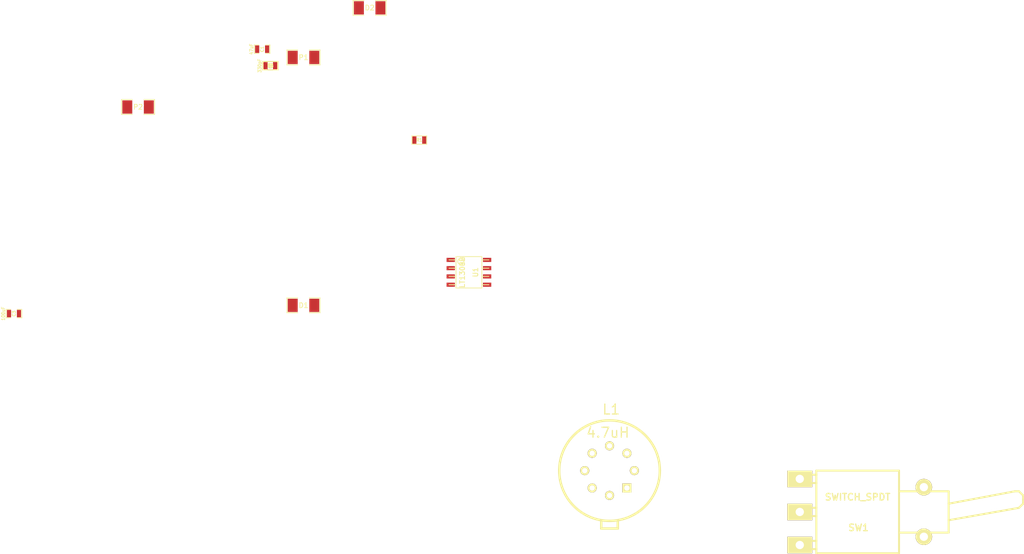
<source format=kicad_pcb>
(kicad_pcb (version 3) (host pcbnew "(2013-07-07 BZR 4022)-stable")

  (general
    (links 28)
    (no_connects 25)
    (area 0 0 0 0)
    (thickness 1.6)
    (drawings 0)
    (tracks 0)
    (zones 0)
    (modules 16)
    (nets 12)
  )

  (page A3)
  (layers
    (15 F.Cu signal)
    (0 B.Cu signal)
    (16 B.Adhes user)
    (17 F.Adhes user)
    (18 B.Paste user)
    (19 F.Paste user)
    (20 B.SilkS user)
    (21 F.SilkS user)
    (22 B.Mask user)
    (23 F.Mask user)
    (24 Dwgs.User user)
    (25 Cmts.User user)
    (26 Eco1.User user)
    (27 Eco2.User user)
    (28 Edge.Cuts user)
  )

  (setup
    (last_trace_width 0.254)
    (trace_clearance 0.254)
    (zone_clearance 0.508)
    (zone_45_only no)
    (trace_min 0.254)
    (segment_width 0.2)
    (edge_width 0.1)
    (via_size 0.889)
    (via_drill 0.635)
    (via_min_size 0.889)
    (via_min_drill 0.508)
    (uvia_size 0.508)
    (uvia_drill 0.127)
    (uvias_allowed no)
    (uvia_min_size 0.508)
    (uvia_min_drill 0.127)
    (pcb_text_width 0.3)
    (pcb_text_size 1.5 1.5)
    (mod_edge_width 0.15)
    (mod_text_size 1 1)
    (mod_text_width 0.15)
    (pad_size 1.5 1.5)
    (pad_drill 0.6)
    (pad_to_mask_clearance 0)
    (aux_axis_origin 0 0)
    (visible_elements FFFFFFBF)
    (pcbplotparams
      (layerselection 3178497)
      (usegerberextensions true)
      (excludeedgelayer true)
      (linewidth 0.150000)
      (plotframeref false)
      (viasonmask false)
      (mode 1)
      (useauxorigin false)
      (hpglpennumber 1)
      (hpglpenspeed 20)
      (hpglpendiameter 15)
      (hpglpenoverlay 2)
      (psnegative false)
      (psa4output false)
      (plotreference true)
      (plotvalue true)
      (plotothertext true)
      (plotinvisibletext false)
      (padsonsilk false)
      (subtractmaskfromsilk false)
      (outputformat 1)
      (mirror false)
      (drillshape 1)
      (scaleselection 1)
      (outputdirectory ""))
  )

  (net 0 "")
  (net 1 GND)
  (net 2 N-0000010)
  (net 3 N-0000011)
  (net 4 N-000002)
  (net 5 N-000003)
  (net 6 N-000004)
  (net 7 N-000005)
  (net 8 N-000007)
  (net 9 N-000008)
  (net 10 N-000009)
  (net 11 VCC)

  (net_class Default "This is the default net class."
    (clearance 0.254)
    (trace_width 0.254)
    (via_dia 0.889)
    (via_drill 0.635)
    (uvia_dia 0.508)
    (uvia_drill 0.127)
    (add_net "")
    (add_net GND)
    (add_net N-0000010)
    (add_net N-0000011)
    (add_net N-000002)
    (add_net N-000003)
    (add_net N-000004)
    (add_net N-000005)
    (add_net N-000007)
    (add_net N-000008)
    (add_net N-000009)
    (add_net VCC)
  )

  (module SW_SPDT (layer F.Cu) (tedit 4480057B) (tstamp 54002326)
    (at 214.63 140.97)
    (descr "Switch inverseur")
    (tags "SWITCH DEV")
    (path /53FD89C8)
    (fp_text reference SW1 (at 9.017 2.413 180) (layer F.SilkS)
      (effects (font (size 1.016 1.016) (thickness 0.2032)))
    )
    (fp_text value SWITCH_SPDT (at 8.89 -2.286 180) (layer F.SilkS)
      (effects (font (size 1.016 1.016) (thickness 0.2032)))
    )
    (fp_line (start -1.27 -5.715) (end -1.27 -5.08) (layer F.SilkS) (width 0.3048))
    (fp_line (start -1.27 -5.08) (end -1.27 -4.445) (layer F.SilkS) (width 0.3048))
    (fp_line (start -1.27 -4.445) (end 2.54 -4.445) (layer F.SilkS) (width 0.3048))
    (fp_line (start -1.27 -5.715) (end 2.54 -5.715) (layer F.SilkS) (width 0.3048))
    (fp_line (start 2.54 -0.635) (end -1.27 -0.635) (layer F.SilkS) (width 0.3048))
    (fp_line (start -1.27 -0.635) (end -1.27 0.635) (layer F.SilkS) (width 0.3048))
    (fp_line (start -1.27 0.635) (end 2.54 0.635) (layer F.SilkS) (width 0.3048))
    (fp_line (start 2.54 4.445) (end -1.27 4.445) (layer F.SilkS) (width 0.3048))
    (fp_line (start -1.27 4.445) (end -1.27 5.715) (layer F.SilkS) (width 0.3048))
    (fp_line (start -1.27 5.715) (end 2.54 5.715) (layer F.SilkS) (width 0.3048))
    (fp_line (start 2.54 -6.35) (end 2.54 6.35) (layer F.SilkS) (width 0.3048))
    (fp_line (start 2.54 6.35) (end 15.24 6.35) (layer F.SilkS) (width 0.3048))
    (fp_line (start 15.24 6.35) (end 15.24 -6.35) (layer F.SilkS) (width 0.3048))
    (fp_line (start 15.24 -6.35) (end 2.54 -6.35) (layer F.SilkS) (width 0.3048))
    (fp_line (start 15.24 -3.175) (end 22.86 -3.175) (layer F.SilkS) (width 0.3048))
    (fp_line (start 22.86 -3.175) (end 22.86 3.175) (layer F.SilkS) (width 0.3048))
    (fp_line (start 22.86 3.175) (end 15.24 3.175) (layer F.SilkS) (width 0.3048))
    (fp_line (start 22.86 -1.27) (end 33.02 -3.175) (layer F.SilkS) (width 0.3048))
    (fp_line (start 33.02 -3.175) (end 33.655 -3.175) (layer F.SilkS) (width 0.3048))
    (fp_line (start 33.655 -3.175) (end 34.29 -2.54) (layer F.SilkS) (width 0.3048))
    (fp_line (start 34.29 -2.54) (end 34.29 -1.905) (layer F.SilkS) (width 0.3048))
    (fp_line (start 34.29 -1.905) (end 34.29 -1.27) (layer F.SilkS) (width 0.3048))
    (fp_line (start 34.29 -1.27) (end 33.655 -0.635) (layer F.SilkS) (width 0.3048))
    (fp_line (start 33.655 -0.635) (end 22.86 1.27) (layer F.SilkS) (width 0.3048))
    (pad 2 thru_hole rect (at 0 0) (size 3.81 2.54) (drill 1.27)
      (layers *.Cu *.Mask F.SilkS)
      (net 4 N-000002)
    )
    (pad 1 thru_hole rect (at 0 -5.08) (size 3.81 2.54) (drill 1.27)
      (layers *.Cu *.Mask F.SilkS)
      (net 1 GND)
    )
    (pad 3 thru_hole rect (at 0 5.08) (size 3.81 2.54) (drill 1.27)
      (layers *.Cu *.Mask F.SilkS)
      (net 11 VCC)
    )
    (pad H1 thru_hole circle (at 19.05 -3.81) (size 2.54 2.54) (drill 1.27)
      (layers *.Cu *.Mask F.SilkS)
    )
    (pad H2 thru_hole circle (at 19.05 3.81) (size 2.54 2.54) (drill 1.27)
      (layers *.Cu *.Mask F.SilkS)
    )
  )

  (module so-8 (layer F.Cu) (tedit 48A6C16E) (tstamp 5400233F)
    (at 163.83 104.14 270)
    (descr SO-8)
    (path /5400115E)
    (attr smd)
    (fp_text reference U1 (at 0 -1.016 270) (layer F.SilkS)
      (effects (font (size 0.7493 0.7493) (thickness 0.14986)))
    )
    (fp_text value LT1308B (at 0 1.016 270) (layer F.SilkS)
      (effects (font (size 0.7493 0.7493) (thickness 0.14986)))
    )
    (fp_line (start -2.413 -1.9812) (end -2.413 1.9812) (layer F.SilkS) (width 0.127))
    (fp_line (start -2.413 1.9812) (end 2.413 1.9812) (layer F.SilkS) (width 0.127))
    (fp_line (start 2.413 1.9812) (end 2.413 -1.9812) (layer F.SilkS) (width 0.127))
    (fp_line (start 2.413 -1.9812) (end -2.413 -1.9812) (layer F.SilkS) (width 0.127))
    (fp_line (start -1.905 -1.9812) (end -1.905 -3.0734) (layer F.SilkS) (width 0.127))
    (fp_line (start -0.635 -1.9812) (end -0.635 -3.0734) (layer F.SilkS) (width 0.127))
    (fp_line (start 0.635 -1.9812) (end 0.635 -3.0734) (layer F.SilkS) (width 0.127))
    (fp_line (start 1.905 -3.0734) (end 1.905 -1.9812) (layer F.SilkS) (width 0.127))
    (fp_line (start 1.905 1.9812) (end 1.905 3.0734) (layer F.SilkS) (width 0.127))
    (fp_line (start 0.635 3.0734) (end 0.635 1.9812) (layer F.SilkS) (width 0.127))
    (fp_line (start -0.635 3.0734) (end -0.635 1.9812) (layer F.SilkS) (width 0.127))
    (fp_line (start -1.905 3.0734) (end -1.905 1.9812) (layer F.SilkS) (width 0.127))
    (fp_circle (center -1.6764 1.2446) (end -1.9558 1.6256) (layer F.SilkS) (width 0.127))
    (pad 1 smd rect (at -1.905 2.794 270) (size 0.635 1.27)
      (layers F.Cu F.Paste F.Mask)
      (net 5 N-000003)
    )
    (pad 2 smd rect (at -0.635 2.794 270) (size 0.635 1.27)
      (layers F.Cu F.Paste F.Mask)
      (net 3 N-0000011)
    )
    (pad 3 smd rect (at 0.635 2.794 270) (size 0.635 1.27)
      (layers F.Cu F.Paste F.Mask)
      (net 4 N-000002)
    )
    (pad 4 smd rect (at 1.905 2.794 270) (size 0.635 1.27)
      (layers F.Cu F.Paste F.Mask)
      (net 1 GND)
    )
    (pad 5 smd rect (at 1.905 -2.794 270) (size 0.635 1.27)
      (layers F.Cu F.Paste F.Mask)
      (net 2 N-0000010)
    )
    (pad 6 smd rect (at 0.635 -2.794 270) (size 0.635 1.27)
      (layers F.Cu F.Paste F.Mask)
      (net 11 VCC)
    )
    (pad 7 smd rect (at -0.635 -2.794 270) (size 0.635 1.27)
      (layers F.Cu F.Paste F.Mask)
      (net 8 N-000007)
    )
    (pad 8 smd rect (at -1.905 -2.794 270) (size 0.635 1.27)
      (layers F.Cu F.Paste F.Mask)
      (net 9 N-000008)
    )
    (model smd/smd_dil/so-8.wrl
      (at (xyz 0 0 0))
      (scale (xyz 1 1 1))
      (rotate (xyz 0 0 0))
    )
  )

  (module SM1206 (layer F.Cu) (tedit 42806E24) (tstamp 5400234B)
    (at 138.43 109.22)
    (path /53FD7C62)
    (attr smd)
    (fp_text reference D1 (at 0 0) (layer F.SilkS)
      (effects (font (size 0.762 0.762) (thickness 0.127)))
    )
    (fp_text value DIODESCH (at 0 0) (layer F.SilkS) hide
      (effects (font (size 0.762 0.762) (thickness 0.127)))
    )
    (fp_line (start -2.54 -1.143) (end -2.54 1.143) (layer F.SilkS) (width 0.127))
    (fp_line (start -2.54 1.143) (end -0.889 1.143) (layer F.SilkS) (width 0.127))
    (fp_line (start 0.889 -1.143) (end 2.54 -1.143) (layer F.SilkS) (width 0.127))
    (fp_line (start 2.54 -1.143) (end 2.54 1.143) (layer F.SilkS) (width 0.127))
    (fp_line (start 2.54 1.143) (end 0.889 1.143) (layer F.SilkS) (width 0.127))
    (fp_line (start -0.889 -1.143) (end -2.54 -1.143) (layer F.SilkS) (width 0.127))
    (pad 1 smd rect (at -1.651 0) (size 1.524 2.032)
      (layers F.Cu F.Paste F.Mask)
      (net 2 N-0000010)
    )
    (pad 2 smd rect (at 1.651 0) (size 1.524 2.032)
      (layers F.Cu F.Paste F.Mask)
      (net 7 N-000005)
    )
    (model smd/chip_cms.wrl
      (at (xyz 0 0 0))
      (scale (xyz 0.17 0.16 0.16))
      (rotate (xyz 0 0 0))
    )
  )

  (module SM1206 (layer F.Cu) (tedit 42806E24) (tstamp 54002357)
    (at 148.59 63.5)
    (path /53FD8D99)
    (attr smd)
    (fp_text reference D2 (at 0 0) (layer F.SilkS)
      (effects (font (size 0.762 0.762) (thickness 0.127)))
    )
    (fp_text value LED (at 0 0) (layer F.SilkS) hide
      (effects (font (size 0.762 0.762) (thickness 0.127)))
    )
    (fp_line (start -2.54 -1.143) (end -2.54 1.143) (layer F.SilkS) (width 0.127))
    (fp_line (start -2.54 1.143) (end -0.889 1.143) (layer F.SilkS) (width 0.127))
    (fp_line (start 0.889 -1.143) (end 2.54 -1.143) (layer F.SilkS) (width 0.127))
    (fp_line (start 2.54 -1.143) (end 2.54 1.143) (layer F.SilkS) (width 0.127))
    (fp_line (start 2.54 1.143) (end 0.889 1.143) (layer F.SilkS) (width 0.127))
    (fp_line (start -0.889 -1.143) (end -2.54 -1.143) (layer F.SilkS) (width 0.127))
    (pad 1 smd rect (at -1.651 0) (size 1.524 2.032)
      (layers F.Cu F.Paste F.Mask)
      (net 6 N-000004)
    )
    (pad 2 smd rect (at 1.651 0) (size 1.524 2.032)
      (layers F.Cu F.Paste F.Mask)
      (net 9 N-000008)
    )
    (model smd/chip_cms.wrl
      (at (xyz 0 0 0))
      (scale (xyz 0.17 0.16 0.16))
      (rotate (xyz 0 0 0))
    )
  )

  (module SM1206 (layer F.Cu) (tedit 42806E24) (tstamp 54002363)
    (at 138.43 71.12)
    (path /54000A69)
    (attr smd)
    (fp_text reference P1 (at 0 0) (layer F.SilkS)
      (effects (font (size 0.762 0.762) (thickness 0.127)))
    )
    (fp_text value CONN_2 (at 0 0) (layer F.SilkS) hide
      (effects (font (size 0.762 0.762) (thickness 0.127)))
    )
    (fp_line (start -2.54 -1.143) (end -2.54 1.143) (layer F.SilkS) (width 0.127))
    (fp_line (start -2.54 1.143) (end -0.889 1.143) (layer F.SilkS) (width 0.127))
    (fp_line (start 0.889 -1.143) (end 2.54 -1.143) (layer F.SilkS) (width 0.127))
    (fp_line (start 2.54 -1.143) (end 2.54 1.143) (layer F.SilkS) (width 0.127))
    (fp_line (start 2.54 1.143) (end 0.889 1.143) (layer F.SilkS) (width 0.127))
    (fp_line (start -0.889 -1.143) (end -2.54 -1.143) (layer F.SilkS) (width 0.127))
    (pad 1 smd rect (at -1.651 0) (size 1.524 2.032)
      (layers F.Cu F.Paste F.Mask)
      (net 11 VCC)
    )
    (pad 2 smd rect (at 1.651 0) (size 1.524 2.032)
      (layers F.Cu F.Paste F.Mask)
      (net 1 GND)
    )
    (model smd/chip_cms.wrl
      (at (xyz 0 0 0))
      (scale (xyz 0.17 0.16 0.16))
      (rotate (xyz 0 0 0))
    )
  )

  (module SM1206 (layer F.Cu) (tedit 42806E24) (tstamp 5400236F)
    (at 113.03 78.74)
    (path /54001C67)
    (attr smd)
    (fp_text reference P2 (at 0 0) (layer F.SilkS)
      (effects (font (size 0.762 0.762) (thickness 0.127)))
    )
    (fp_text value CONN_2 (at 0 0) (layer F.SilkS) hide
      (effects (font (size 0.762 0.762) (thickness 0.127)))
    )
    (fp_line (start -2.54 -1.143) (end -2.54 1.143) (layer F.SilkS) (width 0.127))
    (fp_line (start -2.54 1.143) (end -0.889 1.143) (layer F.SilkS) (width 0.127))
    (fp_line (start 0.889 -1.143) (end 2.54 -1.143) (layer F.SilkS) (width 0.127))
    (fp_line (start 2.54 -1.143) (end 2.54 1.143) (layer F.SilkS) (width 0.127))
    (fp_line (start 2.54 1.143) (end 0.889 1.143) (layer F.SilkS) (width 0.127))
    (fp_line (start -0.889 -1.143) (end -2.54 -1.143) (layer F.SilkS) (width 0.127))
    (pad 1 smd rect (at -1.651 0) (size 1.524 2.032)
      (layers F.Cu F.Paste F.Mask)
      (net 7 N-000005)
    )
    (pad 2 smd rect (at 1.651 0) (size 1.524 2.032)
      (layers F.Cu F.Paste F.Mask)
      (net 1 GND)
    )
    (model smd/chip_cms.wrl
      (at (xyz 0 0 0))
      (scale (xyz 0.17 0.16 0.16))
      (rotate (xyz 0 0 0))
    )
  )

  (module SM0603_Capa (layer F.Cu) (tedit 5051B1EC) (tstamp 5400237B)
    (at 132.08 69.85)
    (path /53FD7BA6)
    (attr smd)
    (fp_text reference C1 (at 0 0 90) (layer F.SilkS)
      (effects (font (size 0.508 0.4572) (thickness 0.1143)))
    )
    (fp_text value 47uF (at -1.651 0 90) (layer F.SilkS)
      (effects (font (size 0.508 0.4572) (thickness 0.1143)))
    )
    (fp_line (start 0.50038 0.65024) (end 1.19888 0.65024) (layer F.SilkS) (width 0.11938))
    (fp_line (start -0.50038 0.65024) (end -1.19888 0.65024) (layer F.SilkS) (width 0.11938))
    (fp_line (start 0.50038 -0.65024) (end 1.19888 -0.65024) (layer F.SilkS) (width 0.11938))
    (fp_line (start -1.19888 -0.65024) (end -0.50038 -0.65024) (layer F.SilkS) (width 0.11938))
    (fp_line (start 1.19888 -0.635) (end 1.19888 0.635) (layer F.SilkS) (width 0.11938))
    (fp_line (start -1.19888 0.635) (end -1.19888 -0.635) (layer F.SilkS) (width 0.11938))
    (pad 1 smd rect (at -0.762 0) (size 0.635 1.143)
      (layers F.Cu F.Paste F.Mask)
      (net 11 VCC)
    )
    (pad 2 smd rect (at 0.762 0) (size 0.635 1.143)
      (layers F.Cu F.Paste F.Mask)
      (net 1 GND)
    )
    (model smd\capacitors\C0603.wrl
      (at (xyz 0 0 0.001))
      (scale (xyz 0.5 0.5 0.5))
      (rotate (xyz 0 0 0))
    )
  )

  (module SM0603_Capa (layer F.Cu) (tedit 5051B1EC) (tstamp 54002387)
    (at 93.98 110.49)
    (path /53FD7BDD)
    (attr smd)
    (fp_text reference C3 (at 0 0 90) (layer F.SilkS)
      (effects (font (size 0.508 0.4572) (thickness 0.1143)))
    )
    (fp_text value 100uF (at -1.651 0 90) (layer F.SilkS)
      (effects (font (size 0.508 0.4572) (thickness 0.1143)))
    )
    (fp_line (start 0.50038 0.65024) (end 1.19888 0.65024) (layer F.SilkS) (width 0.11938))
    (fp_line (start -0.50038 0.65024) (end -1.19888 0.65024) (layer F.SilkS) (width 0.11938))
    (fp_line (start 0.50038 -0.65024) (end 1.19888 -0.65024) (layer F.SilkS) (width 0.11938))
    (fp_line (start -1.19888 -0.65024) (end -0.50038 -0.65024) (layer F.SilkS) (width 0.11938))
    (fp_line (start 1.19888 -0.635) (end 1.19888 0.635) (layer F.SilkS) (width 0.11938))
    (fp_line (start -1.19888 0.635) (end -1.19888 -0.635) (layer F.SilkS) (width 0.11938))
    (pad 1 smd rect (at -0.762 0) (size 0.635 1.143)
      (layers F.Cu F.Paste F.Mask)
      (net 7 N-000005)
    )
    (pad 2 smd rect (at 0.762 0) (size 0.635 1.143)
      (layers F.Cu F.Paste F.Mask)
      (net 1 GND)
    )
    (model smd\capacitors\C0603.wrl
      (at (xyz 0 0 0.001))
      (scale (xyz 0.5 0.5 0.5))
      (rotate (xyz 0 0 0))
    )
  )

  (module SM0603_Capa (layer F.Cu) (tedit 5051B1EC) (tstamp 54002393)
    (at 133.35 72.39)
    (path /53FD82E5)
    (attr smd)
    (fp_text reference C2 (at 0 0 90) (layer F.SilkS)
      (effects (font (size 0.508 0.4572) (thickness 0.1143)))
    )
    (fp_text value 330pF (at -1.651 0 90) (layer F.SilkS)
      (effects (font (size 0.508 0.4572) (thickness 0.1143)))
    )
    (fp_line (start 0.50038 0.65024) (end 1.19888 0.65024) (layer F.SilkS) (width 0.11938))
    (fp_line (start -0.50038 0.65024) (end -1.19888 0.65024) (layer F.SilkS) (width 0.11938))
    (fp_line (start 0.50038 -0.65024) (end 1.19888 -0.65024) (layer F.SilkS) (width 0.11938))
    (fp_line (start -1.19888 -0.65024) (end -0.50038 -0.65024) (layer F.SilkS) (width 0.11938))
    (fp_line (start 1.19888 -0.635) (end 1.19888 0.635) (layer F.SilkS) (width 0.11938))
    (fp_line (start -1.19888 0.635) (end -1.19888 -0.635) (layer F.SilkS) (width 0.11938))
    (pad 1 smd rect (at -0.762 0) (size 0.635 1.143)
      (layers F.Cu F.Paste F.Mask)
      (net 10 N-000009)
    )
    (pad 2 smd rect (at 0.762 0) (size 0.635 1.143)
      (layers F.Cu F.Paste F.Mask)
      (net 1 GND)
    )
    (model smd\capacitors\C0603.wrl
      (at (xyz 0 0 0.001))
      (scale (xyz 0.5 0.5 0.5))
      (rotate (xyz 0 0 0))
    )
  )

  (module SM0603 (layer F.Cu) (tedit 4E43A3D1) (tstamp 5400239D)
    (at 133.35 72.39)
    (path /53FD81A2)
    (attr smd)
    (fp_text reference R5 (at 0 0) (layer F.SilkS)
      (effects (font (size 0.508 0.4572) (thickness 0.1143)))
    )
    (fp_text value 887K (at 0 0) (layer F.SilkS) hide
      (effects (font (size 0.508 0.4572) (thickness 0.1143)))
    )
    (fp_line (start -1.143 -0.635) (end 1.143 -0.635) (layer F.SilkS) (width 0.127))
    (fp_line (start 1.143 -0.635) (end 1.143 0.635) (layer F.SilkS) (width 0.127))
    (fp_line (start 1.143 0.635) (end -1.143 0.635) (layer F.SilkS) (width 0.127))
    (fp_line (start -1.143 0.635) (end -1.143 -0.635) (layer F.SilkS) (width 0.127))
    (pad 1 smd rect (at -0.762 0) (size 0.635 1.143)
      (layers F.Cu F.Paste F.Mask)
      (net 7 N-000005)
    )
    (pad 2 smd rect (at 0.762 0) (size 0.635 1.143)
      (layers F.Cu F.Paste F.Mask)
      (net 3 N-0000011)
    )
    (model smd\resistors\R0603.wrl
      (at (xyz 0 0 0.001))
      (scale (xyz 0.5 0.5 0.5))
      (rotate (xyz 0 0 0))
    )
  )

  (module SM0603 (layer F.Cu) (tedit 4E43A3D1) (tstamp 540023A7)
    (at 133.35 72.39)
    (path /53FD81B1)
    (attr smd)
    (fp_text reference R6 (at 0 0) (layer F.SilkS)
      (effects (font (size 0.508 0.4572) (thickness 0.1143)))
    )
    (fp_text value 100K (at 0 0) (layer F.SilkS) hide
      (effects (font (size 0.508 0.4572) (thickness 0.1143)))
    )
    (fp_line (start -1.143 -0.635) (end 1.143 -0.635) (layer F.SilkS) (width 0.127))
    (fp_line (start 1.143 -0.635) (end 1.143 0.635) (layer F.SilkS) (width 0.127))
    (fp_line (start 1.143 0.635) (end -1.143 0.635) (layer F.SilkS) (width 0.127))
    (fp_line (start -1.143 0.635) (end -1.143 -0.635) (layer F.SilkS) (width 0.127))
    (pad 1 smd rect (at -0.762 0) (size 0.635 1.143)
      (layers F.Cu F.Paste F.Mask)
      (net 3 N-0000011)
    )
    (pad 2 smd rect (at 0.762 0) (size 0.635 1.143)
      (layers F.Cu F.Paste F.Mask)
      (net 1 GND)
    )
    (model smd\resistors\R0603.wrl
      (at (xyz 0 0 0.001))
      (scale (xyz 0.5 0.5 0.5))
      (rotate (xyz 0 0 0))
    )
  )

  (module SM0603 (layer F.Cu) (tedit 4E43A3D1) (tstamp 540023B1)
    (at 133.35 72.39)
    (path /53FD8291)
    (attr smd)
    (fp_text reference R3 (at 0 0) (layer F.SilkS)
      (effects (font (size 0.508 0.4572) (thickness 0.1143)))
    )
    (fp_text value 47K (at 0 0) (layer F.SilkS) hide
      (effects (font (size 0.508 0.4572) (thickness 0.1143)))
    )
    (fp_line (start -1.143 -0.635) (end 1.143 -0.635) (layer F.SilkS) (width 0.127))
    (fp_line (start 1.143 -0.635) (end 1.143 0.635) (layer F.SilkS) (width 0.127))
    (fp_line (start 1.143 0.635) (end -1.143 0.635) (layer F.SilkS) (width 0.127))
    (fp_line (start -1.143 0.635) (end -1.143 -0.635) (layer F.SilkS) (width 0.127))
    (pad 1 smd rect (at -0.762 0) (size 0.635 1.143)
      (layers F.Cu F.Paste F.Mask)
      (net 5 N-000003)
    )
    (pad 2 smd rect (at 0.762 0) (size 0.635 1.143)
      (layers F.Cu F.Paste F.Mask)
      (net 10 N-000009)
    )
    (model smd\resistors\R0603.wrl
      (at (xyz 0 0 0.001))
      (scale (xyz 0.5 0.5 0.5))
      (rotate (xyz 0 0 0))
    )
  )

  (module SM0603 (layer F.Cu) (tedit 4E43A3D1) (tstamp 540023BB)
    (at 156.21 83.82)
    (path /53FD8AE9)
    (attr smd)
    (fp_text reference R1 (at 0 0) (layer F.SilkS)
      (effects (font (size 0.508 0.4572) (thickness 0.1143)))
    )
    (fp_text value 1.4M (at 0 0) (layer F.SilkS) hide
      (effects (font (size 0.508 0.4572) (thickness 0.1143)))
    )
    (fp_line (start -1.143 -0.635) (end 1.143 -0.635) (layer F.SilkS) (width 0.127))
    (fp_line (start 1.143 -0.635) (end 1.143 0.635) (layer F.SilkS) (width 0.127))
    (fp_line (start 1.143 0.635) (end -1.143 0.635) (layer F.SilkS) (width 0.127))
    (fp_line (start -1.143 0.635) (end -1.143 -0.635) (layer F.SilkS) (width 0.127))
    (pad 1 smd rect (at -0.762 0) (size 0.635 1.143)
      (layers F.Cu F.Paste F.Mask)
      (net 11 VCC)
    )
    (pad 2 smd rect (at 0.762 0) (size 0.635 1.143)
      (layers F.Cu F.Paste F.Mask)
      (net 8 N-000007)
    )
    (model smd\resistors\R0603.wrl
      (at (xyz 0 0 0.001))
      (scale (xyz 0.5 0.5 0.5))
      (rotate (xyz 0 0 0))
    )
  )

  (module SM0603 (layer F.Cu) (tedit 4E43A3D1) (tstamp 540023C5)
    (at 133.35 72.39)
    (path /53FD8BB3)
    (attr smd)
    (fp_text reference R2 (at 0 0) (layer F.SilkS)
      (effects (font (size 0.508 0.4572) (thickness 0.1143)))
    )
    (fp_text value 100K (at 0 0) (layer F.SilkS) hide
      (effects (font (size 0.508 0.4572) (thickness 0.1143)))
    )
    (fp_line (start -1.143 -0.635) (end 1.143 -0.635) (layer F.SilkS) (width 0.127))
    (fp_line (start 1.143 -0.635) (end 1.143 0.635) (layer F.SilkS) (width 0.127))
    (fp_line (start 1.143 0.635) (end -1.143 0.635) (layer F.SilkS) (width 0.127))
    (fp_line (start -1.143 0.635) (end -1.143 -0.635) (layer F.SilkS) (width 0.127))
    (pad 1 smd rect (at -0.762 0) (size 0.635 1.143)
      (layers F.Cu F.Paste F.Mask)
      (net 8 N-000007)
    )
    (pad 2 smd rect (at 0.762 0) (size 0.635 1.143)
      (layers F.Cu F.Paste F.Mask)
      (net 1 GND)
    )
    (model smd\resistors\R0603.wrl
      (at (xyz 0 0 0.001))
      (scale (xyz 0.5 0.5 0.5))
      (rotate (xyz 0 0 0))
    )
  )

  (module SM0603 (layer F.Cu) (tedit 4E43A3D1) (tstamp 540023CF)
    (at 133.35 72.39)
    (path /53FD8D8A)
    (attr smd)
    (fp_text reference R4 (at 0 0) (layer F.SilkS)
      (effects (font (size 0.508 0.4572) (thickness 0.1143)))
    )
    (fp_text value 560 (at 0 0) (layer F.SilkS) hide
      (effects (font (size 0.508 0.4572) (thickness 0.1143)))
    )
    (fp_line (start -1.143 -0.635) (end 1.143 -0.635) (layer F.SilkS) (width 0.127))
    (fp_line (start 1.143 -0.635) (end 1.143 0.635) (layer F.SilkS) (width 0.127))
    (fp_line (start 1.143 0.635) (end -1.143 0.635) (layer F.SilkS) (width 0.127))
    (fp_line (start -1.143 0.635) (end -1.143 -0.635) (layer F.SilkS) (width 0.127))
    (pad 1 smd rect (at -0.762 0) (size 0.635 1.143)
      (layers F.Cu F.Paste F.Mask)
      (net 7 N-000005)
    )
    (pad 2 smd rect (at 0.762 0) (size 0.635 1.143)
      (layers F.Cu F.Paste F.Mask)
      (net 6 N-000004)
    )
    (model smd\resistors\R0603.wrl
      (at (xyz 0 0 0.001))
      (scale (xyz 0.5 0.5 0.5))
      (rotate (xyz 0 0 0))
    )
  )

  (module H08 (layer F.Cu) (tedit 49251BE4) (tstamp 540023DF)
    (at 185.42 134.62)
    (descr "Module boitier metalique H 8 pins")
    (tags DEV)
    (path /53FD7BF9)
    (fp_text reference L1 (at 0.254 -9.398) (layer F.SilkS)
      (effects (font (size 1.524 1.524) (thickness 0.2032)))
    )
    (fp_text value 4.7uH (at -0.254 -5.842) (layer F.SilkS)
      (effects (font (size 1.524 1.524) (thickness 0.2032)))
    )
    (fp_line (start -1.27 7.62) (end -1.27 8.89) (layer F.SilkS) (width 0.381))
    (fp_line (start -1.27 8.89) (end 1.27 8.89) (layer F.SilkS) (width 0.381))
    (fp_line (start 1.27 8.89) (end 1.27 7.62) (layer F.SilkS) (width 0.381))
    (fp_circle (center 0 0) (end 1.27 7.62) (layer F.SilkS) (width 0.381))
    (pad 1 thru_hole rect (at 2.667 2.667) (size 1.397 1.397) (drill 0.8128)
      (layers *.Cu *.Mask F.SilkS)
      (net 11 VCC)
    )
    (pad 2 thru_hole circle (at 3.81 0) (size 1.397 1.397) (drill 0.8128)
      (layers *.Cu *.Mask F.SilkS)
      (net 2 N-0000010)
    )
    (pad 3 thru_hole circle (at 2.667 -2.667) (size 1.397 1.397) (drill 0.8128)
      (layers *.Cu *.Mask F.SilkS)
    )
    (pad 4 thru_hole circle (at 0 -3.81) (size 1.397 1.397) (drill 0.8128)
      (layers *.Cu *.Mask F.SilkS)
    )
    (pad 5 thru_hole circle (at -2.667 -2.667) (size 1.397 1.397) (drill 0.8128)
      (layers *.Cu *.Mask F.SilkS)
    )
    (pad 6 thru_hole circle (at -3.81 0) (size 1.397 1.397) (drill 0.8128)
      (layers *.Cu *.Mask F.SilkS)
    )
    (pad 7 thru_hole circle (at -2.667 2.667) (size 1.397 1.397) (drill 0.8128)
      (layers *.Cu *.Mask F.SilkS)
    )
    (pad 8 thru_hole circle (at 0 3.81) (size 1.397 1.397) (drill 0.8128)
      (layers *.Cu *.Mask F.SilkS)
    )
  )

)

</source>
